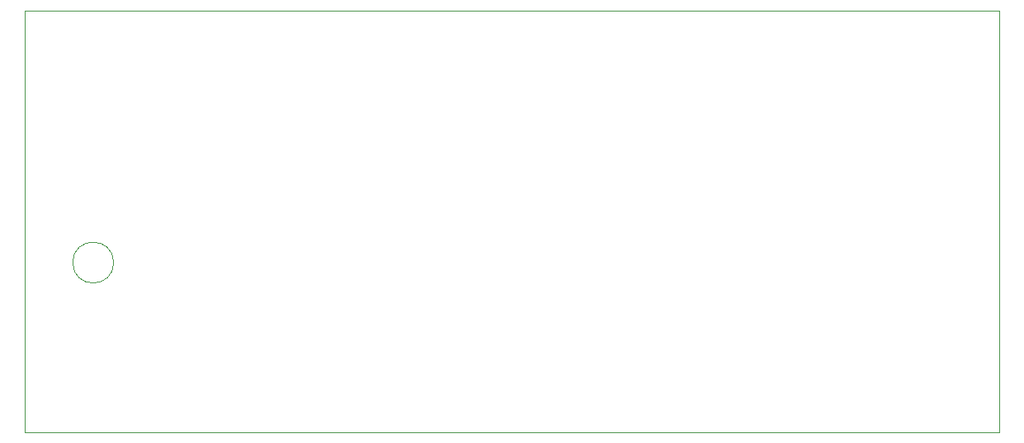
<source format=gm1>
G04 #@! TF.GenerationSoftware,KiCad,Pcbnew,9.0.1*
G04 #@! TF.CreationDate,2025-06-29T19:09:30+12:00*
G04 #@! TF.ProjectId,pdp-11-colour,7064702d-3131-42d6-936f-6c6f75722e6b,rev?*
G04 #@! TF.SameCoordinates,Original*
G04 #@! TF.FileFunction,Profile,NP*
%FSLAX46Y46*%
G04 Gerber Fmt 4.6, Leading zero omitted, Abs format (unit mm)*
G04 Created by KiCad (PCBNEW 9.0.1) date 2025-06-29 19:09:30*
%MOMM*%
%LPD*%
G01*
G04 APERTURE LIST*
G04 #@! TA.AperFunction,Profile*
%ADD10C,0.050000*%
G04 #@! TD*
G04 APERTURE END LIST*
D10*
X122250000Y-77920000D02*
G75*
G02*
X118050000Y-77920000I-2100000J0D01*
G01*
X118050000Y-77920000D02*
G75*
G02*
X122250000Y-77920000I2100000J0D01*
G01*
X213115000Y-95362450D02*
X213115000Y-52029450D01*
X113115000Y-95362450D02*
X113115000Y-52029450D01*
X213115000Y-52029450D02*
X113115000Y-52029450D01*
X113115000Y-95362450D02*
X213115000Y-95362450D01*
M02*

</source>
